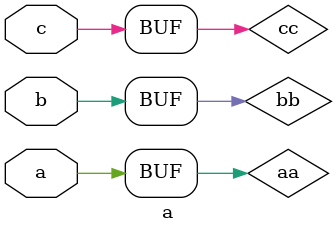
<source format=v>


module a(input a, b, c);

    reg aa, bb, cc;
    always @(*) begin
        {aa, bb, cc} = {a, b, c};
    end

endmodule
</source>
